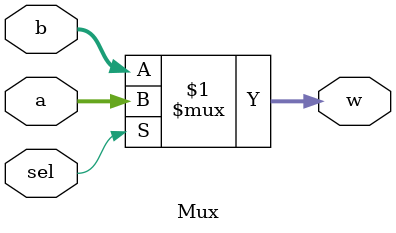
<source format=v>
module Mux(input [4:0]a,b,input sel,output [4:0]w);
	assign w=(sel)?a:b;
endmodule
</source>
